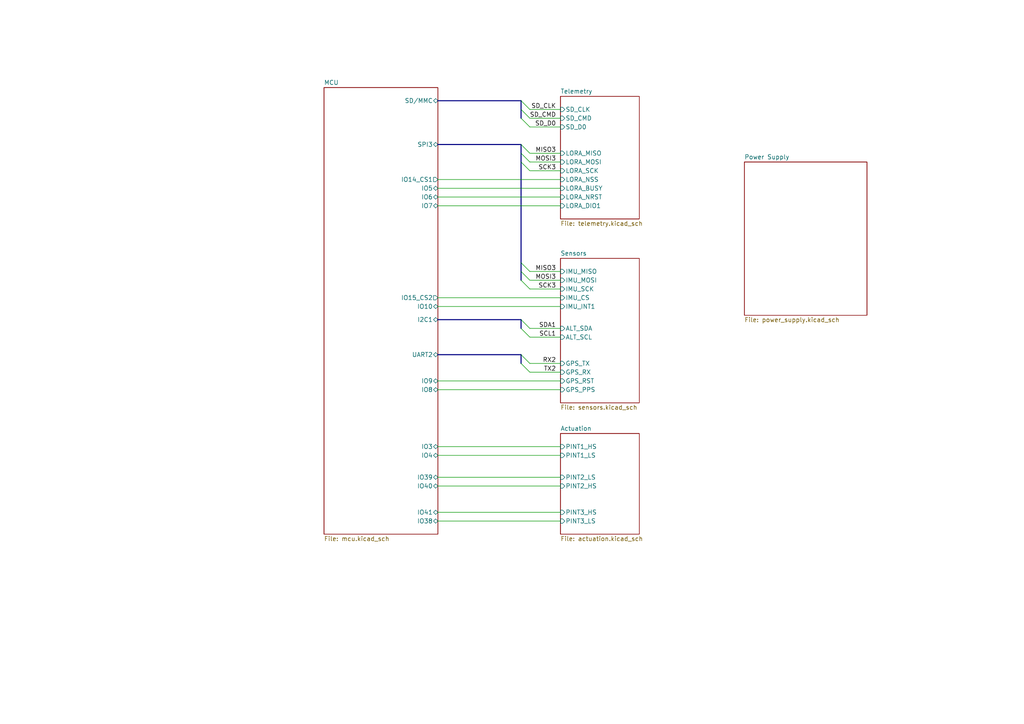
<source format=kicad_sch>
(kicad_sch
	(version 20250114)
	(generator "eeschema")
	(generator_version "9.0")
	(uuid "0e774532-df3b-4713-ac9c-64e52152da2c")
	(paper "A4")
	(lib_symbols)
	(bus_entry
		(at 151.13 29.21)
		(size 2.54 2.54)
		(stroke
			(width 0)
			(type default)
		)
		(uuid "0036e166-3413-4053-a5be-1d15d9f34a4a")
	)
	(bus_entry
		(at 151.13 41.91)
		(size 2.54 2.54)
		(stroke
			(width 0)
			(type default)
		)
		(uuid "0ef8b22a-d061-4551-a012-19daadbb6c40")
	)
	(bus_entry
		(at 151.13 95.25)
		(size 2.54 2.54)
		(stroke
			(width 0)
			(type default)
		)
		(uuid "2a779f6c-f497-4275-b5c6-c6aeef0a7d34")
	)
	(bus_entry
		(at 151.13 44.45)
		(size 2.54 2.54)
		(stroke
			(width 0)
			(type default)
		)
		(uuid "3098e9c0-c7dc-4105-a4e7-a2caa81e87ab")
	)
	(bus_entry
		(at 151.13 105.41)
		(size 2.54 2.54)
		(stroke
			(width 0)
			(type default)
		)
		(uuid "5c84f268-99c9-4d3d-b40f-35835d4ff303")
	)
	(bus_entry
		(at 151.13 81.28)
		(size 2.54 2.54)
		(stroke
			(width 0)
			(type default)
		)
		(uuid "71a68d4b-7d1c-4066-ac51-6c71421f52e3")
	)
	(bus_entry
		(at 151.13 34.29)
		(size 2.54 2.54)
		(stroke
			(width 0)
			(type default)
		)
		(uuid "79532ee0-5c8f-494e-b90f-6467fb9a4586")
	)
	(bus_entry
		(at 151.13 78.74)
		(size 2.54 2.54)
		(stroke
			(width 0)
			(type default)
		)
		(uuid "7cba653f-412a-402e-b24b-8903d85ca54b")
	)
	(bus_entry
		(at 151.13 76.2)
		(size 2.54 2.54)
		(stroke
			(width 0)
			(type default)
		)
		(uuid "7f4a6957-9ee1-45d6-84ce-9c08076a7213")
	)
	(bus_entry
		(at 151.13 92.71)
		(size 2.54 2.54)
		(stroke
			(width 0)
			(type default)
		)
		(uuid "7fe9ac85-d470-4fde-9e7b-a6fe4b3bc627")
	)
	(bus_entry
		(at 151.13 46.99)
		(size 2.54 2.54)
		(stroke
			(width 0)
			(type default)
		)
		(uuid "87695714-10d2-47ed-beb2-417e00bc7f4f")
	)
	(bus_entry
		(at 151.13 102.87)
		(size 2.54 2.54)
		(stroke
			(width 0)
			(type default)
		)
		(uuid "a8aad3ad-7d27-4a19-b778-0893fdb98a52")
	)
	(bus_entry
		(at 151.13 31.75)
		(size 2.54 2.54)
		(stroke
			(width 0)
			(type default)
		)
		(uuid "fff1652c-faef-4f79-93f8-117c5b004f9c")
	)
	(bus
		(pts
			(xy 127 41.91) (xy 151.13 41.91)
		)
		(stroke
			(width 0)
			(type default)
		)
		(uuid "0001091d-1b16-4885-99db-1669057c8c1f")
	)
	(wire
		(pts
			(xy 127 138.43) (xy 162.56 138.43)
		)
		(stroke
			(width 0)
			(type default)
		)
		(uuid "0e6bdcf9-d75a-4042-98ef-50f45565e05b")
	)
	(bus
		(pts
			(xy 151.13 46.99) (xy 151.13 76.2)
		)
		(stroke
			(width 0)
			(type default)
		)
		(uuid "11a836b9-9da3-414e-ae6f-c6c39857aed3")
	)
	(wire
		(pts
			(xy 153.67 105.41) (xy 162.56 105.41)
		)
		(stroke
			(width 0)
			(type default)
		)
		(uuid "1713b4a8-994e-46bf-a095-6e96b0bf8f81")
	)
	(bus
		(pts
			(xy 151.13 76.2) (xy 151.13 78.74)
		)
		(stroke
			(width 0)
			(type default)
		)
		(uuid "1772548d-6957-468a-ae9e-52bd8d1abd60")
	)
	(wire
		(pts
			(xy 153.67 36.83) (xy 162.56 36.83)
		)
		(stroke
			(width 0)
			(type default)
		)
		(uuid "1c68a0db-84e7-48c2-b87c-1d227171a9c5")
	)
	(wire
		(pts
			(xy 127 113.03) (xy 162.56 113.03)
		)
		(stroke
			(width 0)
			(type default)
		)
		(uuid "2b5d7f69-817d-426a-b290-4ad6b7608bfd")
	)
	(bus
		(pts
			(xy 127 29.21) (xy 151.13 29.21)
		)
		(stroke
			(width 0)
			(type default)
		)
		(uuid "2cd469dc-25f7-4495-8c3d-24ceb500a2d0")
	)
	(wire
		(pts
			(xy 153.67 34.29) (xy 162.56 34.29)
		)
		(stroke
			(width 0)
			(type default)
		)
		(uuid "2dbd1e1b-e100-4fc7-ada1-7f5f6d78a07a")
	)
	(bus
		(pts
			(xy 151.13 31.75) (xy 151.13 29.21)
		)
		(stroke
			(width 0)
			(type default)
		)
		(uuid "310da823-a8a5-42f1-bb6e-84f58a43fef0")
	)
	(wire
		(pts
			(xy 153.67 95.25) (xy 162.56 95.25)
		)
		(stroke
			(width 0)
			(type default)
		)
		(uuid "34deead8-571b-41ac-be13-01c0f5afd2f3")
	)
	(wire
		(pts
			(xy 127 110.49) (xy 162.56 110.49)
		)
		(stroke
			(width 0)
			(type default)
		)
		(uuid "360e1618-7baf-4a2f-ab45-80157608d6db")
	)
	(wire
		(pts
			(xy 153.67 81.28) (xy 162.56 81.28)
		)
		(stroke
			(width 0)
			(type default)
		)
		(uuid "3a57ede3-ba50-417a-add9-18e9046e557e")
	)
	(wire
		(pts
			(xy 127 57.15) (xy 162.56 57.15)
		)
		(stroke
			(width 0)
			(type default)
		)
		(uuid "498623f3-ff3d-42fa-9368-ca17a6eb0264")
	)
	(wire
		(pts
			(xy 153.67 49.53) (xy 162.56 49.53)
		)
		(stroke
			(width 0)
			(type default)
		)
		(uuid "50c4001e-12ad-4720-bdcc-95c40a01d2dc")
	)
	(wire
		(pts
			(xy 153.67 83.82) (xy 162.56 83.82)
		)
		(stroke
			(width 0)
			(type default)
		)
		(uuid "5f3c1f92-15e7-4c63-9099-f78e4a75832c")
	)
	(wire
		(pts
			(xy 127 59.69) (xy 162.56 59.69)
		)
		(stroke
			(width 0)
			(type default)
		)
		(uuid "61bae5e4-9eb4-492e-98f5-d7349aaeffc3")
	)
	(wire
		(pts
			(xy 127 132.08) (xy 162.56 132.08)
		)
		(stroke
			(width 0)
			(type default)
		)
		(uuid "68e9e1e9-5ad5-4714-85f9-66d42becf552")
	)
	(wire
		(pts
			(xy 127 86.36) (xy 162.56 86.36)
		)
		(stroke
			(width 0)
			(type default)
		)
		(uuid "6cf4cb3e-ede3-4b7a-a583-c612c6e2b7ae")
	)
	(wire
		(pts
			(xy 127 52.07) (xy 162.56 52.07)
		)
		(stroke
			(width 0)
			(type default)
		)
		(uuid "6e6af846-bf8e-45fd-839c-1f64452e83bc")
	)
	(bus
		(pts
			(xy 151.13 34.29) (xy 151.13 31.75)
		)
		(stroke
			(width 0)
			(type default)
		)
		(uuid "6ec1702f-81f0-475d-996b-4869fdc4b931")
	)
	(bus
		(pts
			(xy 151.13 44.45) (xy 151.13 41.91)
		)
		(stroke
			(width 0)
			(type default)
		)
		(uuid "7f26eb58-46c2-440d-89b1-663ce297e95c")
	)
	(wire
		(pts
			(xy 127 54.61) (xy 162.56 54.61)
		)
		(stroke
			(width 0)
			(type default)
		)
		(uuid "82e0fc63-0f72-4a5f-ad48-699824e45296")
	)
	(bus
		(pts
			(xy 151.13 95.25) (xy 151.13 92.71)
		)
		(stroke
			(width 0)
			(type default)
		)
		(uuid "96d12b34-dcb6-4fc6-a542-47288831f09a")
	)
	(wire
		(pts
			(xy 127 129.54) (xy 162.56 129.54)
		)
		(stroke
			(width 0)
			(type default)
		)
		(uuid "be65a891-3edb-4866-9996-7f1b21ed3782")
	)
	(wire
		(pts
			(xy 153.67 31.75) (xy 162.56 31.75)
		)
		(stroke
			(width 0)
			(type default)
		)
		(uuid "be700a45-8632-4a73-b857-be16430fdbe4")
	)
	(wire
		(pts
			(xy 153.67 46.99) (xy 162.56 46.99)
		)
		(stroke
			(width 0)
			(type default)
		)
		(uuid "c26ec667-ea89-49be-bb6a-79277287b2df")
	)
	(wire
		(pts
			(xy 153.67 44.45) (xy 162.56 44.45)
		)
		(stroke
			(width 0)
			(type default)
		)
		(uuid "c840fe50-de2f-4d57-acde-38150af7a5b7")
	)
	(bus
		(pts
			(xy 151.13 44.45) (xy 151.13 46.99)
		)
		(stroke
			(width 0)
			(type default)
		)
		(uuid "c9d2f2ee-afb4-4810-87b2-b18fddb33ea2")
	)
	(bus
		(pts
			(xy 151.13 78.74) (xy 151.13 81.28)
		)
		(stroke
			(width 0)
			(type default)
		)
		(uuid "cbdf4dbe-5d86-4485-935a-eaacde9ed8a1")
	)
	(bus
		(pts
			(xy 127 102.87) (xy 151.13 102.87)
		)
		(stroke
			(width 0)
			(type default)
		)
		(uuid "d65d7b70-ed31-4e06-ba30-9a22966c7264")
	)
	(wire
		(pts
			(xy 127 88.9) (xy 162.56 88.9)
		)
		(stroke
			(width 0)
			(type default)
		)
		(uuid "df4a29e5-4c04-4f31-8d71-2a083a133625")
	)
	(wire
		(pts
			(xy 127 151.13) (xy 162.56 151.13)
		)
		(stroke
			(width 0)
			(type default)
		)
		(uuid "df55dcd2-09bc-47e9-bc09-a08653578fd7")
	)
	(wire
		(pts
			(xy 153.67 78.74) (xy 162.56 78.74)
		)
		(stroke
			(width 0)
			(type default)
		)
		(uuid "ed143f0a-ecc2-4bdb-a107-3334f892fdb5")
	)
	(wire
		(pts
			(xy 127 148.59) (xy 162.56 148.59)
		)
		(stroke
			(width 0)
			(type default)
		)
		(uuid "ed4ed985-6f21-409d-878f-3b2a5b30b426")
	)
	(bus
		(pts
			(xy 151.13 105.41) (xy 151.13 102.87)
		)
		(stroke
			(width 0)
			(type default)
		)
		(uuid "f13750b3-1c8b-4fdc-835f-6d8845990af3")
	)
	(wire
		(pts
			(xy 153.67 97.79) (xy 162.56 97.79)
		)
		(stroke
			(width 0)
			(type default)
		)
		(uuid "f23f88ba-0bcf-44d8-ad7a-0faea22ae988")
	)
	(wire
		(pts
			(xy 127 140.97) (xy 162.56 140.97)
		)
		(stroke
			(width 0)
			(type default)
		)
		(uuid "f3bd019a-f49e-411c-8cbb-0e03f8137371")
	)
	(wire
		(pts
			(xy 153.67 107.95) (xy 162.56 107.95)
		)
		(stroke
			(width 0)
			(type default)
		)
		(uuid "f8dc87ef-2b75-467f-a122-e8bc676452d5")
	)
	(bus
		(pts
			(xy 127 92.71) (xy 151.13 92.71)
		)
		(stroke
			(width 0)
			(type default)
		)
		(uuid "fbc75219-4f91-4cd4-bf1d-fb24cccdb4f5")
	)
	(label "SD_CMD"
		(at 161.29 34.29 180)
		(effects
			(font
				(size 1.27 1.27)
			)
			(justify right bottom)
		)
		(uuid "03c7afb6-81a6-4799-8b43-3f9a1f443266")
	)
	(label "MISO3"
		(at 161.29 44.45 180)
		(effects
			(font
				(size 1.27 1.27)
			)
			(justify right bottom)
		)
		(uuid "2512568b-4d22-4c47-86eb-ea3fd15710a1")
	)
	(label "SCK3"
		(at 161.29 83.82 180)
		(effects
			(font
				(size 1.27 1.27)
			)
			(justify right bottom)
		)
		(uuid "2fd87bc0-73d8-4ff8-aee5-eebb2ab5ea83")
	)
	(label "MISO3"
		(at 161.29 78.74 180)
		(effects
			(font
				(size 1.27 1.27)
			)
			(justify right bottom)
		)
		(uuid "3820e0ab-7fd9-4693-838f-65b29e1c91bb")
	)
	(label "SD_CLK"
		(at 161.29 31.75 180)
		(effects
			(font
				(size 1.27 1.27)
			)
			(justify right bottom)
		)
		(uuid "42d98b63-cb23-4bc1-8f9f-c42137d40d2c")
	)
	(label "RX2"
		(at 161.29 105.41 180)
		(effects
			(font
				(size 1.27 1.27)
			)
			(justify right bottom)
		)
		(uuid "4a499ea1-7a49-4ffe-8064-607eab0eced6")
	)
	(label "MOSI3"
		(at 161.29 81.28 180)
		(effects
			(font
				(size 1.27 1.27)
			)
			(justify right bottom)
		)
		(uuid "77345075-391f-4c8b-a7c3-45d5dbfb7409")
	)
	(label "MOSI3"
		(at 161.29 46.99 180)
		(effects
			(font
				(size 1.27 1.27)
			)
			(justify right bottom)
		)
		(uuid "9b723822-fb35-424b-9953-e7cfdbfdff7f")
	)
	(label "SCL1"
		(at 161.29 97.79 180)
		(effects
			(font
				(size 1.27 1.27)
			)
			(justify right bottom)
		)
		(uuid "9bc2426f-4a2f-4b01-8d94-21a2912a640f")
	)
	(label "TX2"
		(at 161.29 107.95 180)
		(effects
			(font
				(size 1.27 1.27)
			)
			(justify right bottom)
		)
		(uuid "b76f9ff0-9f4b-4d33-97ba-7e1eeed083e1")
	)
	(label "SCK3"
		(at 161.29 49.53 180)
		(effects
			(font
				(size 1.27 1.27)
			)
			(justify right bottom)
		)
		(uuid "c7597ece-6d3a-421b-a581-b75f28efda76")
	)
	(label "SDA1"
		(at 161.29 95.25 180)
		(effects
			(font
				(size 1.27 1.27)
			)
			(justify right bottom)
		)
		(uuid "d0b3c39f-2160-48f3-bd7e-7fdcecb228c2")
	)
	(label "SD_D0"
		(at 161.29 36.83 180)
		(effects
			(font
				(size 1.27 1.27)
			)
			(justify right bottom)
		)
		(uuid "ef07424e-727c-43b1-9a24-364ebe240215")
	)
	(sheet
		(at 162.56 125.73)
		(size 22.86 29.21)
		(exclude_from_sim no)
		(in_bom yes)
		(on_board yes)
		(dnp no)
		(fields_autoplaced yes)
		(stroke
			(width 0.1524)
			(type solid)
		)
		(fill
			(color 0 0 0 0.0000)
		)
		(uuid "33354a2b-da3e-411d-89ea-c17b65fe6b6d")
		(property "Sheetname" "Actuation"
			(at 162.56 125.0184 0)
			(effects
				(font
					(size 1.27 1.27)
				)
				(justify left bottom)
			)
		)
		(property "Sheetfile" "actuation.kicad_sch"
			(at 162.56 155.5246 0)
			(effects
				(font
					(size 1.27 1.27)
				)
				(justify left top)
			)
		)
		(pin "PINT1_HS" input
			(at 162.56 129.54 180)
			(uuid "7ae4e136-ffd2-4113-84d0-e9406c5244b1")
			(effects
				(font
					(size 1.27 1.27)
				)
				(justify left)
			)
		)
		(pin "PINT1_LS" input
			(at 162.56 132.08 180)
			(uuid "65b6738f-ffc7-40ed-90d1-7f55fcb4bcc0")
			(effects
				(font
					(size 1.27 1.27)
				)
				(justify left)
			)
		)
		(pin "PINT2_LS" input
			(at 162.56 138.43 180)
			(uuid "fbe7911d-5e9e-43bb-91c7-9bd0df813fb3")
			(effects
				(font
					(size 1.27 1.27)
				)
				(justify left)
			)
		)
		(pin "PINT3_LS" input
			(at 162.56 151.13 180)
			(uuid "daaf37b2-e76d-4d7c-8977-d7abc0c397fb")
			(effects
				(font
					(size 1.27 1.27)
				)
				(justify left)
			)
		)
		(pin "PINT3_HS" input
			(at 162.56 148.59 180)
			(uuid "a04b5653-5a9b-4d0f-868e-a5d16a1b0f77")
			(effects
				(font
					(size 1.27 1.27)
				)
				(justify left)
			)
		)
		(pin "PINT2_HS" input
			(at 162.56 140.97 180)
			(uuid "b8409539-95da-49e1-971a-604c9792e0b0")
			(effects
				(font
					(size 1.27 1.27)
				)
				(justify left)
			)
		)
		(instances
			(project "flight_computer_starpi"
				(path "/0e774532-df3b-4713-ac9c-64e52152da2c"
					(page "4")
				)
			)
		)
	)
	(sheet
		(at 93.98 25.4)
		(size 33.02 129.54)
		(exclude_from_sim no)
		(in_bom yes)
		(on_board yes)
		(dnp no)
		(fields_autoplaced yes)
		(stroke
			(width 0.1524)
			(type solid)
		)
		(fill
			(color 0 0 0 0.0000)
		)
		(uuid "360c6508-e1da-4a7b-b1c3-7051c1cb7f4b")
		(property "Sheetname" "MCU"
			(at 93.98 24.6884 0)
			(effects
				(font
					(size 1.27 1.27)
				)
				(justify left bottom)
			)
		)
		(property "Sheetfile" "mcu.kicad_sch"
			(at 93.98 155.5246 0)
			(effects
				(font
					(size 1.27 1.27)
				)
				(justify left top)
			)
		)
		(pin "SD{slash}MMC" bidirectional
			(at 127 29.21 0)
			(uuid "64e6113e-6b60-4835-9521-4f0a9a38de7a")
			(effects
				(font
					(size 1.27 1.27)
				)
				(justify right)
			)
		)
		(pin "UART2" bidirectional
			(at 127 102.87 0)
			(uuid "1f614e3d-9c42-456d-b9f0-e35cd5976a46")
			(effects
				(font
					(size 1.27 1.27)
				)
				(justify right)
			)
		)
		(pin "IO10" bidirectional
			(at 127 88.9 0)
			(uuid "821a58d9-c2a3-4000-bd03-b94fab2e7849")
			(effects
				(font
					(size 1.27 1.27)
				)
				(justify right)
			)
		)
		(pin "IO14_CS1" output
			(at 127 52.07 0)
			(uuid "8adf964d-9f94-4d50-94cc-45a3acbdbc31")
			(effects
				(font
					(size 1.27 1.27)
				)
				(justify right)
			)
		)
		(pin "IO4" bidirectional
			(at 127 132.08 0)
			(uuid "52645e07-b12e-439e-b6d6-1ee255d50e3f")
			(effects
				(font
					(size 1.27 1.27)
				)
				(justify right)
			)
		)
		(pin "SPI3" bidirectional
			(at 127 41.91 0)
			(uuid "ab5005bf-7118-4f4d-90a3-fc717bce3b89")
			(effects
				(font
					(size 1.27 1.27)
				)
				(justify right)
			)
		)
		(pin "I2C1" bidirectional
			(at 127 92.71 0)
			(uuid "138de63f-a2ac-4050-90b7-bc0a09f8e8c3")
			(effects
				(font
					(size 1.27 1.27)
				)
				(justify right)
			)
		)
		(pin "IO15_CS2" output
			(at 127 86.36 0)
			(uuid "e5ca19cc-3eef-4b9c-9701-3a2abd4d6ef2")
			(effects
				(font
					(size 1.27 1.27)
				)
				(justify right)
			)
		)
		(pin "IO6" bidirectional
			(at 127 57.15 0)
			(uuid "34872ce8-22d9-4254-b079-0a7117d48af4")
			(effects
				(font
					(size 1.27 1.27)
				)
				(justify right)
			)
		)
		(pin "IO3" bidirectional
			(at 127 129.54 0)
			(uuid "f017bdab-3066-4424-9adb-6b87acc967a9")
			(effects
				(font
					(size 1.27 1.27)
				)
				(justify right)
			)
		)
		(pin "IO5" bidirectional
			(at 127 54.61 0)
			(uuid "f5cee61e-e4f5-43e3-9402-a6dbec3a739d")
			(effects
				(font
					(size 1.27 1.27)
				)
				(justify right)
			)
		)
		(pin "IO7" bidirectional
			(at 127 59.69 0)
			(uuid "5ccbabd2-fb6a-43ae-8d30-b1c7ff1f6560")
			(effects
				(font
					(size 1.27 1.27)
				)
				(justify right)
			)
		)
		(pin "IO9" bidirectional
			(at 127 110.49 0)
			(uuid "7e581f93-1a8c-463f-b5b0-45514b93d99a")
			(effects
				(font
					(size 1.27 1.27)
				)
				(justify right)
			)
		)
		(pin "IO8" bidirectional
			(at 127 113.03 0)
			(uuid "68bc0ac1-f4ef-4e31-80c5-0da322380a1d")
			(effects
				(font
					(size 1.27 1.27)
				)
				(justify right)
			)
		)
		(pin "IO39" bidirectional
			(at 127 138.43 0)
			(uuid "4756ec44-4d9e-4fc2-aecf-4793bcb2f65d")
			(effects
				(font
					(size 1.27 1.27)
				)
				(justify right)
			)
		)
		(pin "IO40" bidirectional
			(at 127 140.97 0)
			(uuid "09adb01e-3325-4a49-9469-524f7a619b24")
			(effects
				(font
					(size 1.27 1.27)
				)
				(justify right)
			)
		)
		(pin "IO41" bidirectional
			(at 127 148.59 0)
			(uuid "3a1f2e4a-f325-4304-a2de-f86f14fa58e2")
			(effects
				(font
					(size 1.27 1.27)
				)
				(justify right)
			)
		)
		(pin "IO38" bidirectional
			(at 127 151.13 0)
			(uuid "66ecdaa2-b6cb-4f9d-a4b9-001d487504f7")
			(effects
				(font
					(size 1.27 1.27)
				)
				(justify right)
			)
		)
		(instances
			(project "flight_computer_starpi"
				(path "/0e774532-df3b-4713-ac9c-64e52152da2c"
					(page "5")
				)
			)
		)
	)
	(sheet
		(at 215.9 46.99)
		(size 35.56 44.45)
		(exclude_from_sim no)
		(in_bom yes)
		(on_board yes)
		(dnp no)
		(fields_autoplaced yes)
		(stroke
			(width 0.1524)
			(type solid)
		)
		(fill
			(color 0 0 0 0.0000)
		)
		(uuid "481bde4d-67e6-41cb-9b0e-93e9a8e96a50")
		(property "Sheetname" "Power Supply"
			(at 215.9 46.2784 0)
			(effects
				(font
					(size 1.27 1.27)
				)
				(justify left bottom)
			)
		)
		(property "Sheetfile" "power_supply.kicad_sch"
			(at 215.9 92.0246 0)
			(effects
				(font
					(size 1.27 1.27)
				)
				(justify left top)
			)
		)
		(instances
			(project "flight_computer_starpi"
				(path "/0e774532-df3b-4713-ac9c-64e52152da2c"
					(page "6")
				)
			)
		)
	)
	(sheet
		(at 162.56 74.93)
		(size 22.86 41.91)
		(exclude_from_sim no)
		(in_bom yes)
		(on_board yes)
		(dnp no)
		(fields_autoplaced yes)
		(stroke
			(width 0.1524)
			(type solid)
		)
		(fill
			(color 0 0 0 0.0000)
		)
		(uuid "501f1855-a611-4edc-a1e0-7cd96e4972df")
		(property "Sheetname" "Sensors"
			(at 162.56 74.2184 0)
			(effects
				(font
					(size 1.27 1.27)
				)
				(justify left bottom)
			)
		)
		(property "Sheetfile" "sensors.kicad_sch"
			(at 162.56 117.4246 0)
			(effects
				(font
					(size 1.27 1.27)
				)
				(justify left top)
			)
		)
		(pin "IMU_INT1" input
			(at 162.56 88.9 180)
			(uuid "2a6b1b8f-1563-4060-8dd0-ee8ed5d210c0")
			(effects
				(font
					(size 1.27 1.27)
				)
				(justify left)
			)
		)
		(pin "IMU_MISO" input
			(at 162.56 78.74 180)
			(uuid "de7d9eb9-d746-4855-a719-7a9cff3b4ac4")
			(effects
				(font
					(size 1.27 1.27)
				)
				(justify left)
			)
		)
		(pin "ALT_SCL" input
			(at 162.56 97.79 180)
			(uuid "372dbc23-910f-4cc1-9770-e19d0e7db2c0")
			(effects
				(font
					(size 1.27 1.27)
				)
				(justify left)
			)
		)
		(pin "IMU_MOSI" input
			(at 162.56 81.28 180)
			(uuid "0a4a3af4-2135-4ef4-994d-48d0706b1250")
			(effects
				(font
					(size 1.27 1.27)
				)
				(justify left)
			)
		)
		(pin "IMU_SCK" input
			(at 162.56 83.82 180)
			(uuid "f7e3e164-6ea8-4caf-9a4b-2482edcf4c05")
			(effects
				(font
					(size 1.27 1.27)
				)
				(justify left)
			)
		)
		(pin "GPS_TX" input
			(at 162.56 105.41 180)
			(uuid "4cac094d-47a9-4687-93b0-1bc32959cf97")
			(effects
				(font
					(size 1.27 1.27)
				)
				(justify left)
			)
		)
		(pin "GPS_RX" input
			(at 162.56 107.95 180)
			(uuid "0c67377f-4072-422e-a0a2-13446175abfe")
			(effects
				(font
					(size 1.27 1.27)
				)
				(justify left)
			)
		)
		(pin "ALT_SDA" input
			(at 162.56 95.25 180)
			(uuid "f7abf45c-0b8e-4612-b227-7b4dcabbb38a")
			(effects
				(font
					(size 1.27 1.27)
				)
				(justify left)
			)
		)
		(pin "GPS_PPS" input
			(at 162.56 113.03 180)
			(uuid "a747fb2d-dda3-4d95-a657-f07bc1657488")
			(effects
				(font
					(size 1.27 1.27)
				)
				(justify left)
			)
		)
		(pin "IMU_CS" input
			(at 162.56 86.36 180)
			(uuid "9cdefcc2-1096-4862-8f4a-796c1a9eedb5")
			(effects
				(font
					(size 1.27 1.27)
				)
				(justify left)
			)
		)
		(pin "GPS_RST" input
			(at 162.56 110.49 180)
			(uuid "60c0aed2-1d27-4b36-872d-753cb3343946")
			(effects
				(font
					(size 1.27 1.27)
				)
				(justify left)
			)
		)
		(instances
			(project "flight_computer_starpi"
				(path "/0e774532-df3b-4713-ac9c-64e52152da2c"
					(page "3")
				)
			)
		)
	)
	(sheet
		(at 162.56 27.94)
		(size 22.86 35.56)
		(exclude_from_sim no)
		(in_bom yes)
		(on_board yes)
		(dnp no)
		(fields_autoplaced yes)
		(stroke
			(width 0.1524)
			(type solid)
		)
		(fill
			(color 0 0 0 0.0000)
		)
		(uuid "6b03ccc0-774a-4a60-8d82-2be0621bee7a")
		(property "Sheetname" "Telemetry"
			(at 162.56 27.2284 0)
			(effects
				(font
					(size 1.27 1.27)
				)
				(justify left bottom)
			)
		)
		(property "Sheetfile" "telemetry.kicad_sch"
			(at 162.56 64.0846 0)
			(effects
				(font
					(size 1.27 1.27)
				)
				(justify left top)
			)
		)
		(pin "LORA_SCK" input
			(at 162.56 49.53 180)
			(uuid "3bd700b6-5184-4404-9501-614afd4a21fd")
			(effects
				(font
					(size 1.27 1.27)
				)
				(justify left)
			)
		)
		(pin "LORA_MISO" input
			(at 162.56 44.45 180)
			(uuid "aa675082-c224-4fa9-9548-cb6a19755d18")
			(effects
				(font
					(size 1.27 1.27)
				)
				(justify left)
			)
		)
		(pin "LORA_BUSY" input
			(at 162.56 54.61 180)
			(uuid "99bc9eb1-f31a-426b-83e4-2e5f0fe85416")
			(effects
				(font
					(size 1.27 1.27)
				)
				(justify left)
			)
		)
		(pin "SD_CMD" input
			(at 162.56 34.29 180)
			(uuid "ed00eac0-8d0f-411f-9d02-eff301c2fe38")
			(effects
				(font
					(size 1.27 1.27)
				)
				(justify left)
			)
		)
		(pin "LORA_NSS" input
			(at 162.56 52.07 180)
			(uuid "ad571df0-ac9d-4422-bb43-1d69176b1c3d")
			(effects
				(font
					(size 1.27 1.27)
				)
				(justify left)
			)
		)
		(pin "LORA_DIO1" input
			(at 162.56 59.69 180)
			(uuid "30162335-e10c-41ef-b2b3-d067929dbdec")
			(effects
				(font
					(size 1.27 1.27)
				)
				(justify left)
			)
		)
		(pin "SD_D0" input
			(at 162.56 36.83 180)
			(uuid "440b2f08-f729-455a-a6bf-5c79b1cf75e1")
			(effects
				(font
					(size 1.27 1.27)
				)
				(justify left)
			)
		)
		(pin "SD_CLK" input
			(at 162.56 31.75 180)
			(uuid "08c939c5-df2b-4fdc-93f4-291ae2853709")
			(effects
				(font
					(size 1.27 1.27)
				)
				(justify left)
			)
		)
		(pin "LORA_NRST" input
			(at 162.56 57.15 180)
			(uuid "ee223db3-2293-4474-b5f5-be786cceb427")
			(effects
				(font
					(size 1.27 1.27)
				)
				(justify left)
			)
		)
		(pin "LORA_MOSI" input
			(at 162.56 46.99 180)
			(uuid "33120809-162c-4cc6-b41d-7930533f83b9")
			(effects
				(font
					(size 1.27 1.27)
				)
				(justify left)
			)
		)
		(instances
			(project "flight_computer_starpi"
				(path "/0e774532-df3b-4713-ac9c-64e52152da2c"
					(page "2")
				)
			)
		)
	)
	(sheet_instances
		(path "/"
			(page "1")
		)
	)
	(embedded_fonts no)
)

</source>
